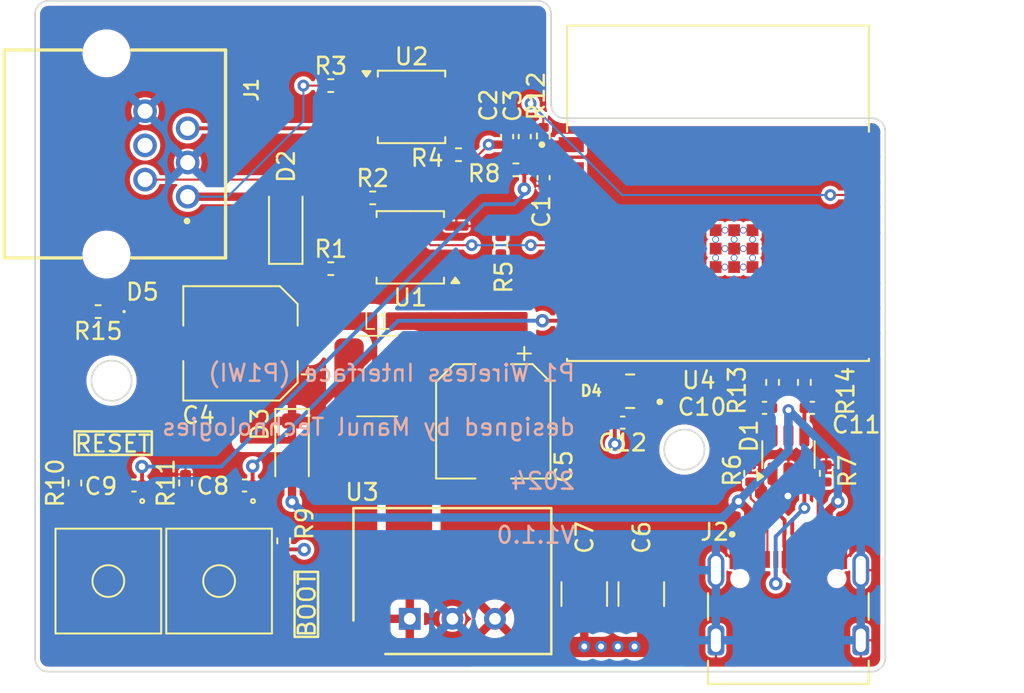
<source format=kicad_pcb>
(kicad_pcb (version 20221018) (generator pcbnew)
  (title_block (title "P1 Wireless Interface") (date "2024-03-20") (rev "1.1.0"))
  (layers (0 "F.Cu" signal) (1 "In1.Cu" signal) (2 "In2.Cu" signal) (31 "B.Cu" signal) (34 "B.Paste" user) (35 "F.Paste" user) (36 "B.SilkS" user "B.Silkscreen") (37 "F.SilkS" user "F.Silkscreen") (38 "B.Mask" user) (39 "F.Mask" user) (44 "Edge.Cuts" user))
  (net 0 "")
  (net 1 "+3V3")
  (net 2 "GND")
  (net 3 "/EN")
  (net 4 "/BOOT")
  (net 5 "Net-(C10-Pad1)")
  (net 6 "Net-(C11-Pad1)")
  (net 7 "VBUS")
  (net 8 "/D+")
  (net 9 "+5V")
  (net 10 "/D-")
  (net 12 "/REQ")
  (net 13 "Net-(J2-CC1)")
  (net 15 "Net-(J2-CC2)")
  (net 17 "Net-(R1-Pad2)")
  (net 18 "Net-(R3-Pad2)")
  (net 19 "Net-(D2-K)")
  (net 20 "/~{DATA}")
  (net 22 "/RX")
  (net 23 "/RTS")
  (net 24 "Net-(R5-Pad2)")
  (net 31 "Net-(U4-IO2)")
  (net 34 "Net-(U3-VIN)")
  (net 36 "Net-(R11-Pad1)")
  (net 39 "Net-(R10-Pad1)")
  (net 41 "/DA+")
  (net 42 "/DA-")
  (net 43 "/STATUS_LED")
  (net 44 "Net-(D5-K)")
  (footprint "Resistor_SMD:R_0402_1005Metric" (layer "F.Cu") (at 123.26 70.06 90)
    (fp_text reference "R12" (at 2.38 -0.43 90) (layer "F.SilkS"))
    (fp_text value "10K")
    (pad "1" smd roundrect (at -0.51 0 90) (size 0.54 0.64) (layers "F.Cu" "F.Paste" "F.Mask") (net 1 "+3V3"))
    (pad "2" smd roundrect (at 0.51 0 90) (size 0.54 0.64) (layers "F.Cu" "F.Paste" "F.Mask") (net 31 "Net-(U4-IO2)"))
  )
  (footprint "manul_tech:KSEM31JLFS" (layer "F.Cu") (at 97.32 96.6 -90)
    (fp_text reference "SW1")
    (fp_text value "KSEM31JLFS")
    (pad "1" smd rect (at -2.9 -2 270) (size 2.8 1) (layers "F.Cu" "F.Paste" "F.Mask") (net 3 "/EN"))
    (pad "2" smd rect (at 2.9 -2 270) (size 2.8 1) (layers "F.Cu" "F.Paste" "F.Mask"))
    (pad "3" smd rect (at -2.9 2 270) (size 2.8 1) (layers "F.Cu" "F.Paste" "F.Mask") (net 39 "Net-(R10-Pad1)"))
    (pad "4" smd rect (at 2.9 2 270) (size 2.8 1) (layers "F.Cu" "F.Paste" "F.Mask"))
  )
  (footprint "Capacitor_SMD:CP_Elec_6.3x5.7" (layer "F.Cu") (at 120.275 87.075 -90)
    (fp_text reference "C5" (at 2.7 -4.2 90) (layer "F.SilkS"))
    (fp_text value "10uF")
    (pad "1" smd roundrect (at -2.7 0 270) (size 3.5 1.6) (layers "F.Cu" "F.Paste" "F.Mask") (roundrect_rratio 0.15625) (net 34 "Net-(U3-VIN)"))
    (pad "2" smd roundrect (at 2.7 0 270) (size 3.5 1.6) (layers "F.Cu" "F.Paste" "F.Mask") (roundrect_rratio 0.15625) (net 2 "GND"))
  )
  (footprint "manul_tech:KSEM31JLFS" (layer "F.Cu") (at 103.925 96.6 -90)
    (fp_text reference "SW2")
    (fp_text value "KSEM31JLFS")
    (pad "1" smd rect (at -2.9 -2 270) (size 2.8 1) (layers "F.Cu" "F.Paste" "F.Mask") (net 4 "/BOOT"))
    (pad "2" smd rect (at 2.9 -2 270) (size 2.8 1) (layers "F.Cu" "F.Paste" "F.Mask"))
    (pad "3" smd rect (at -2.9 2 270) (size 2.8 1) (layers "F.Cu" "F.Paste" "F.Mask") (net 36 "Net-(R11-Pad1)"))
    (pad "4" smd rect (at 2.9 2 270) (size 2.8 1) (layers "F.Cu" "F.Paste" "F.Mask"))
  )
  (footprint "manul_tech:615006138421" (layer "F.Cu") (at 97.71 71.13 -90)
    (fp_text reference "J1" (at -3.82 -8.15 90) (layer "F.SilkS") (effects (font (size 0.8 0.8))))
    (fp_text value "615006138421")
    (pad "" np_thru_hole circle (at -6 0.5 270) (size 2.36 2.36) (drill 2.36) (layers "*.Cu" "*.Mask"))
    (pad "" np_thru_hole circle (at 6 0.5 270) (size 2.36 2.36) (drill 2.36) (layers "*.Cu" "*.Mask"))
    (pad "1" thru_hole circle (at 2.55 -4.34 270) (size 1.408 1.408) (drill 0.9) (layers "*.Cu" "*.Mask") (net 9 "+5V"))
    (pad "2" thru_hole circle (at 1.53 -1.8 270) (size 1.408 1.408) (drill 0.9) (layers "*.Cu" "*.Mask") (net 12 "/REQ"))
    (pad "3" thru_hole circle (at 0.51 -4.34 270) (size 1.408 1.408) (drill 0.9) (layers "*.Cu" "*.Mask") (net 2 "GND"))
    (pad "4" thru_hole circle (at -0.51 -1.8 270) (size 1.408 1.408) (drill 0.9) (layers "*.Cu" "*.Mask"))
    (pad "5" thru_hole circle (at -1.53 -4.34 270) (size 1.408 1.408) (drill 0.9) (layers "*.Cu" "*.Mask") (net 20 "/~{DATA}"))
    (pad "6" thru_hole circle (at -2.55 -1.8 270) (size 1.408 1.408) (drill 0.9) (layers "*.Cu" "*.Mask") (net 2 "GND"))
  )
  (footprint "Resistor_SMD:R_0402_1005Metric" (layer "F.Cu") (at 107.775 94.2 90)
    (fp_text reference "R9" (at 1.025 1.25 90) (layer "F.SilkS"))
    (fp_text value "10K")
    (pad "1" smd roundrect (at -0.51 0 90) (size 0.54 0.64) (layers "F.Cu" "F.Paste" "F.Mask") (net 1 "+3V3"))
    (pad "2" smd roundrect (at 0.51 0 90) (size 0.54 0.64) (layers "F.Cu" "F.Paste" "F.Mask") (net 4 "/BOOT"))
  )
  (footprint "Capacitor_SMD:C_0402_1005Metric" (layer "F.Cu") (at 136.45 86.27 180)
    (fp_text reference "C10" (at 3.73 0.05) (layer "F.SilkS"))
    (fp_text value "TBD")
    (pad "1" smd roundrect (at -0.48 0 180) (size 0.56 0.62) (layers "F.Cu" "F.Paste" "F.Mask") (net 5 "Net-(C10-Pad1)"))
    (pad "2" smd roundrect (at 0.48 0 180) (size 0.56 0.62) (layers "F.Cu" "F.Paste" "F.Mask") (net 2 "GND"))
  )
  (footprint "Resistor_SMD:R_0402_1005Metric" (layer "F.Cu") (at 96.71 80.53 180)
    (fp_text reference "R15" (at 0 -1.17) (layer "F.SilkS"))
    (fp_text value "220R")
    (pad "1" smd roundrect (at -0.51 0 180) (size 0.54 0.64) (layers "F.Cu" "F.Paste" "F.Mask") (net 44 "Net-(D5-K)"))
    (pad "2" smd roundrect (at 0.51 0 180) (size 0.54 0.64) (layers "F.Cu" "F.Paste" "F.Mask") (net 2 "GND"))
  )
  (footprint "Resistor_SMD:R_0402_1005Metric" (layer "F.Cu") (at 110.585 67.055)
    (fp_text reference "R3" (at 0 -1.17) (layer "F.SilkS"))
    (fp_text value "1K")
    (pad "1" smd roundrect (at -0.51 0) (size 0.54 0.64) (layers "F.Cu" "F.Paste" "F.Mask") (net 9 "+5V"))
    (pad "2" smd roundrect (at 0.51 0) (size 0.54 0.64) (layers "F.Cu" "F.Paste" "F.Mask") (net 18 "Net-(R3-Pad2)"))
  )
  (footprint "Capacitor_SMD:C_0402_1005Metric" (layer "F.Cu") (at 121.1 70.095 90)
    (fp_text reference "C2" (at 1.865 -1.11 90) (layer "F.SilkS"))
    (fp_text value "100nF")
    (pad "1" smd roundrect (at -0.48 0 90) (size 0.56 0.62) (layers "F.Cu" "F.Paste" "F.Mask") (net 1 "+3V3"))
    (pad "2" smd roundrect (at 0.48 0 90) (size 0.56 0.62) (layers "F.Cu" "F.Paste" "F.Mask") (net 2 "GND"))
  )
  (footprint "Resistor_SMD:R_0402_1005Metric" (layer "F.Cu") (at 138.825 84.75 90)
    (fp_text reference "R14" (at -0.52 2.465 90) (layer "F.SilkS"))
    (fp_text value "0R")
    (pad "1" smd roundrect (at -0.51 0 90) (size 0.54 0.64) (layers "F.Cu" "F.Paste" "F.Mask") (net 6 "Net-(C11-Pad1)"))
    (pad "2" smd roundrect (at 0.51 0 90) (size 0.54 0.64) (layers "F.Cu" "F.Paste" "F.Mask") (net 42 "/DA-"))
  )
  (footprint "manul_tech:LED_WS2812C-2020" (layer "F.Cu") (at 128.435 85.28 180)
    (fp_text reference "D4" (at 2.32 0.02) (layer "F.SilkS") (effects (font (size 0.64 0.64))))
    (fp_text value "WS2812C-2020")
    (pad "1" smd rect (at -0.915 -0.55 180) (size 0.7 0.7) (layers "F.Cu" "F.Paste" "F.Mask"))
    (pad "2" smd rect (at -0.915 0.55 180) (size 0.7 0.7) (layers "F.Cu" "F.Paste" "F.Mask") (net 2 "GND"))
    (pad "3" smd rect (at 0.915 0.55 180) (size 0.7 0.7) (layers "F.Cu" "F.Paste" "F.Mask") (net 43 "/STATUS_LED"))
    (pad "4" smd rect (at 0.915 -0.55 180) (size 0.7 0.7) (layers "F.Cu" "F.Paste" "F.Mask") (net 1 "+3V3"))
  )
  (footprint "manul_tech:MODULE_ESP32-C3-WROOM-02-H4" (layer "F.Cu") (at 133.675 73.475)
    (fp_text reference "U4" (at -1.145 11.155) (layer "F.SilkS"))
    (fp_text value "ESP32-C3-WROOM-02-N4")
    (pad "1" smd rect (at -8.75 -2.9) (size 1.5 0.9) (layers "F.Cu" "F.Paste" "F.Mask") (net 1 "+3V3"))
    (pad "2" smd rect (at -8.75 -1.4) (size 1.5 0.9) (layers "F.Cu" "F.Paste" "F.Mask") (net 3 "/EN"))
    (pad "3" smd rect (at -8.75 0.1) (size 1.5 0.9) (layers "F.Cu" "F.Paste" "F.Mask") (net 43 "/STATUS_LED"))
    (pad "4" smd rect (at -8.75 1.6) (size 1.5 0.9) (layers "F.Cu" "F.Paste" "F.Mask") (net 23 "/RTS"))
    (pad "5" smd rect (at -8.75 3.1) (size 1.5 0.9) (layers "F.Cu" "F.Paste" "F.Mask") (net 22 "/RX"))
    (pad "6" smd rect (at -8.75 4.6) (size 1.5 0.9) (layers "F.Cu" "F.Paste" "F.Mask"))
    (pad "7" smd rect (at -8.75 6.1) (size 1.5 0.9) (layers "F.Cu" "F.Paste" "F.Mask"))
    (pad "8" smd rect (at -8.75 7.6) (size 1.5 0.9) (layers "F.Cu" "F.Paste" "F.Mask") (net 4 "/BOOT"))
    (pad "9" smd rect (at -8.75 9.1) (size 1.5 0.9) (layers "F.Cu" "F.Paste" "F.Mask") (net 2 "GND"))
    (pad "10" smd rect (at 8.75 9.1) (size 1.5 0.9) (layers "F.Cu" "F.Paste" "F.Mask"))
    (pad "11" smd rect (at 8.75 7.6) (size 1.5 0.9) (layers "F.Cu" "F.Paste" "F.Mask"))
    (pad "12" smd rect (at 8.75 6.1) (size 1.5 0.9) (layers "F.Cu" "F.Paste" "F.Mask"))
    (pad "13" smd rect (at 8.75 4.6) (size 1.5 0.9) (layers "F.Cu" "F.Paste" "F.Mask") (net 42 "/DA-"))
    (pad "14" smd rect (at 8.75 3.1) (size 1.5 0.9) (layers "F.Cu" "F.Paste" "F.Mask") (net 41 "/DA+"))
    (pad "15" smd rect (at 8.75 1.6) (size 1.5 0.9) (layers "F.Cu" "F.Paste" "F.Mask"))
    (pad "16" smd rect (at 8.75 0.1) (size 1.5 0.9) (layers "F.Cu" "F.Paste" "F.Mask") (net 31 "Net-(U4-IO2)"))
    (pad "17" smd rect (at 8.75 -1.4) (size 1.5 0.9) (layers "F.Cu" "F.Paste" "F.Mask"))
    (pad "18" smd rect (at 8.75 -2.9) (size 1.5 0.9) (layers "F.Cu" "F.Paste" "F.Mask"))
    (pad "19" smd rect (at -0.14 2.2) (size 0.7 0.7) (layers "F.Cu" "F.Paste" "F.Mask"))
    (pad "20" smd rect (at 0.96 2.2) (size 0.7 0.7) (layers "F.Cu" "F.Paste" "F.Mask"))
    (pad "21" smd rect (at 2.06 2.2) (size 0.7 0.7) (layers "F.Cu" "F.Paste" "F.Mask"))
    (pad "22" smd rect (at -0.14 3.3) (size 0.7 0.7) (layers "F.Cu" "F.Paste" "F.Mask"))
    (pad "23" smd rect (at 0.96 3.3) (size 0.7 0.7) (layers "F.Cu" "F.Paste" "F.Mask"))
    (pad "24" smd rect (at 2.06 3.3) (size 0.7 0.7) (layers "F.Cu" "F.Paste" "F.Mask"))
    (pad "25" smd rect (at -0.14 4.4) (size 0.7 0.7) (layers "F.Cu" "F.Paste" "F.Mask"))
    (pad "26" smd rect (at 0.96 4.4) (size 0.7 0.7) (layers "F.Cu" "F.Paste" "F.Mask"))
    (pad "27" smd rect (at 2.06 4.4) (size 0.7 0.7) (layers "F.Cu" "F.Paste" "F.Mask"))
    (pad "28" thru_hole circle (at 0.41 2.2) (size 0.4 0.4) (drill 0.3) (layers "*.Cu"))
    (pad "29" thru_hole circle (at 1.51 2.2) (size 0.4 0.4) (drill 0.3) (layers "*.Cu"))
    (pad "30" thru_hole circle (at -0.14 2.75) (size 0.4 0.4) (drill 0.3) (layers "*.Cu"))
    (pad "31" thru_hole circle (at 0.96 2.75) (size 0.4 0.4) (drill 0.3) (layers "*.Cu"))
    (pad "32" thru_hole circle (at 2.06 2.75) (size 0.4 0.4) (drill 0.3) (layers "*.Cu"))
    (pad "33" thru_hole circle (at 0.41 3.3) (size 0.4 0.4) (drill 0.3) (layers "*.Cu"))
    (pad "34" thru_hole circle (at 1.51 3.3) (size 0.4 0.4) (drill 0.3) (layers "*.Cu"))
    (pad "35" thru_hole circle (at -0.14 3.85) (size 0.4 0.4) (drill 0.3) (layers "*.Cu"))
    (pad "36" thru_hole circle (at 0.96 3.85) (size 0.4 0.4) (drill 0.3) (layers "*.Cu"))
    (pad "37" thru_hole circle (at 2.06 3.85) (size 0.4 0.4) (drill 0.3) (layers "*.Cu"))
    (pad "38" thru_hole circle (at 0.41 4.4) (size 0.4 0.4) (drill 0.3) (layers "*.Cu"))
    (pad "39" thru_hole circle (at 1.51 4.4) (size 0.4 0.4) (drill 0.3) (layers "*.Cu"))
    (zone (net 0) (net_name "") (layer "F.Cu") (connect_pads (clearance 0)) (min_thickness 0.01)
      (keepout (tracks not_allowed) (vias not_allowed) (pads not_allowed) (copperpour not_allowed) (footprints allowed))
      (fill (thermal_gap 0.508) (thermal_bridge_width 0.508))
      (polygon (pts (xy 124.675 63.475) (xy 142.675 63.475) (xy 142.675 69.475) (xy 124.675 69.475)))
    )
    (zone (net 0) (net_name "") (layer "B.Cu") (connect_pads (clearance 0)) (min_thickness 0.01)
      (keepout (tracks not_allowed) (vias not_allowed) (pads not_allowed) (copperpour not_allowed) (footprints allowed))
      (fill (thermal_gap 0.508) (thermal_bridge_width 0.508))
      (polygon (pts (xy 124.675 63.475) (xy 142.675 63.475) (xy 142.675 69.475) (xy 124.675 69.475)))
    )
  )
  (footprint "Resistor_SMD:R_0402_1005Metric" (layer "F.Cu") (at 135.62 90.18 -90)
    (fp_text reference "R6" (at -0.19 1.1 90) (layer "F.SilkS"))
    (fp_text value "5.1K")
    (pad "1" smd roundrect (at -0.51 0 270) (size 0.54 0.64) (layers "F.Cu" "F.Paste" "F.Mask") (net 2 "GND"))
    (pad "2" smd roundrect (at 0.51 0 270) (size 0.54 0.64) (layers "F.Cu" "F.Paste" "F.Mask") (net 13 "Net-(J2-CC1)"))
  )
  (footprint "Resistor_SMD:R_0402_1005Metric" (layer "F.Cu") (at 136.93 84.75 90)
    (fp_text reference "R13" (at -0.48 -2.12 90) (layer "F.SilkS"))
    (fp_text value "0R")
    (pad "1" smd roundrect (at -0.51 0 90) (size 0.54 0.64) (layers "F.Cu" "F.Paste" "F.Mask") (net 5 "Net-(C10-Pad1)"))
    (pad "2" smd roundrect (at 0.51 0 90) (size 0.54 0.64) (layers "F.Cu" "F.Paste" "F.Mask") (net 41 "/DA+"))
  )
  (footprint "LED_SMD:LED_0402_1005Metric" (layer "F.Cu") (at 99.35 80.53)
    (fp_text reference "D5" (at 0 -1.17) (layer "F.SilkS"))
    (fp_text value "PWR")
    (pad "1" smd roundrect (at -0.485 0) (size 0.59 0.64) (layers "F.Cu" "F.Paste" "F.Mask") (net 44 "Net-(D5-K)"))
    (pad "2" smd roundrect (at 0.485 0) (size 0.59 0.64) (layers "F.Cu" "F.Paste" "F.Mask") (net 19 "Net-(D2-K)"))
  )
  (footprint "Package_SO:SOP-4_3.8x4.1mm_P2.54mm" (layer "F.Cu") (at 115.4 68.325)
    (fp_text reference "U2" (at 0 -3) (layer "F.SilkS"))
    (fp_text value "140357145100")
    (pad "1" smd roundrect (at -2.75 -1.27) (size 1.45 0.55) (layers "F.Cu" "F.Paste" "F.Mask") (net 18 "Net-(R3-Pad2)"))
    (pad "2" smd roundrect (at -2.75 1.27) (size 1.45 0.55) (layers "F.Cu" "F.Paste" "F.Mask") (net 20 "/~{DATA}"))
    (pad "3" smd roundrect (at 2.75 1.27) (size 1.45 0.55) (layers "F.Cu" "F.Paste" "F.Mask") (net 2 "GND"))
    (pad "4" smd roundrect (at 2.75 -1.27) (size 1.45 0.55) (layers "F.Cu" "F.Paste" "F.Mask") (net 22 "/RX"))
  )
  (footprint "Capacitor_SMD:CP_Elec_6.3x5.7" (layer "F.Cu") (at 105.2 82.425 180)
    (fp_text reference "C4" (at 2.5 -4.3) (layer "F.SilkS"))
    (fp_text value "10uF")
    (pad "1" smd roundrect (at -2.7 0 180) (size 3.5 1.6) (layers "F.Cu" "F.Paste" "F.Mask") (roundrect_rratio 0.15625) (net 19 "Net-(D2-K)"))
    (pad "2" smd roundrect (at 2.7 0 180) (size 3.5 1.6) (layers "F.Cu" "F.Paste" "F.Mask") (roundrect_rratio 0.15625) (net 2 "GND"))
  )
  (footprint "Resistor_SMD:R_0402_1005Metric" (layer "F.Cu") (at 95.325 90.75 90)
    (fp_text reference "R10" (at 0 -1.17 90) (layer "F.SilkS"))
    (fp_text value "220R")
    (pad "1" smd roundrect (at -0.51 0 90) (size 0.54 0.64) (layers "F.Cu" "F.Paste" "F.Mask") (net 39 "Net-(R10-Pad1)"))
    (pad "2" smd roundrect (at 0.51 0 90) (size 0.54 0.64) (layers "F.Cu" "F.Paste" "F.Mask") (net 2 "GND"))
  )
  (footprint "Capacitor_SMD:C_1210_3225Metric" (layer "F.Cu") (at 129.1 97.375 90)
    (fp_text reference "C6" (at 3.375 0.025 90) (layer "F.SilkS"))
    (fp_text value "22uF")
    (pad "1" smd roundrect (at -1.475 0 90) (size 1.15 2.7) (layers "F.Cu" "F.Paste" "F.Mask") (roundrect_rratio 0.217391) (net 1 "+3V3"))
    (pad "2" smd roundrect (at 1.475 0 90) (size 1.15 2.7) (layers "F.Cu" "F.Paste" "F.Mask") (roundrect_rratio 0.217391) (net 2 "GND"))
  )
  (footprint "Package_TO_SOT_SMD:SOT-23-6" (layer "F.Cu") (at 137.875 89.06 90)
    (fp_text reference "D1" (at 1.11 -2.345 90) (layer "F.SilkS"))
    (fp_text value "82400102")
    (pad "1" smd roundrect (at -1.1375 -0.95 90) (size 1.325 0.6) (layers "F.Cu" "F.Paste" "F.Mask") (net 8 "/D+"))
    (pad "2" smd roundrect (at -1.1375 0 90) (size 1.325 0.6) (layers "F.Cu" "F.Paste" "F.Mask") (net 2 "GND"))
    (pad "3" smd roundrect (at -1.1375 0.95 90) (size 1.325 0.6) (layers "F.Cu" "F.Paste" "F.Mask") (net 10 "/D-"))
    (pad "4" smd roundrect (at 1.1375 0.95 90) (size 1.325 0.6) (layers "F.Cu" "F.Paste" "F.Mask") (net 6 "Net-(C11-Pad1)"))
    (pad "5" smd roundrect (at 1.1375 0 90) (size 1.325 0.6) (layers "F.Cu" "F.Paste" "F.Mask") (net 7 "VBUS"))
    (pad "6" smd roundrect (at 1.1375 -0.95 90) (size 1.325 0.6) (layers "F.Cu" "F.Paste" "F.Mask") (net 5 "Net-(C10-Pad1)"))
  )
  (footprint "Diode_SMD:D_SOD-123" (layer "F.Cu") (at 107.9 75.325 90)
    (fp_text reference "D2" (at 3.45 0.025 90) (layer "F.SilkS"))
    (fp_text value "1N5819W")
    (pad "1" smd roundrect (at -1.65 0 90) (size 0.9 1.2) (layers "F.Cu" "F.Paste" "F.Mask") (net 19 "Net-(D2-K)"))
    (pad "2" smd roundrect (at 1.65 0 90) (size 0.9 1.2) (layers "F.Cu" "F.Paste" "F.Mask") (net 9 "+5V"))
  )
  (footprint "manul_tech:7447730" (layer "F.Cu") (at 113.35 84.375)
    (fp_text reference "L1" (at 0 -3.27 unlocked) (layer "F.SilkS") (effects (font (thickness 0.1))))
    (fp_text value "1uH")
    (pad "1" smd roundrect (at -1.675 0) (size 1.75 4.5) (layers "F.Cu" "F.Paste" "F.Mask") (net 19 "Net-(D2-K)"))
    (pad "2" smd roundrect (at 1.675 0) (size 1.75 4.5) (layers "F.Cu" "F.Paste" "F.Mask") (net 34 "Net-(U3-VIN)"))
  )
  (footprint "Capacitor_SMD:C_0402_1005Metric" (layer "F.Cu") (at 123.275 72.55 -90)
    (fp_text reference "C1" (at 2.02 0.125 -90) (layer "F.SilkS"))
    (fp_text value "10uF")
    (pad "1" smd roundrect (at -0.48 0 270) (size 0.56 0.62) (layers "F.Cu" "F.Paste" "F.Mask") (net 3 "/EN"))
    (pad "2" smd roundrect (at 0.48 0 270) (size 0.56 0.62) (layers "F.Cu" "F.Paste" "F.Mask") (net 2 "GND"))
  )
  (footprint "Resistor_SMD:R_0402_1005Metric" (layer "F.Cu") (at 120.725 76.575 -90)
    (fp_text reference "R5" (at 1.9 -0.175 -270) (layer "F.SilkS"))
    (fp_text value "220R")
    (pad "1" smd roundrect (at -0.51 0 270) (size 0.54 0.64) (layers "F.Cu" "F.Paste" "F.Mask") (net 23 "/RTS"))
    (pad "2" smd roundrect (at 0.51 0 270) (size 0.54 0.64) (layers "F.Cu" "F.Paste" "F.Mask") (net 24 "Net-(R5-Pad2)"))
  )
  (footprint "Package_SO:SOP-4_3.8x4.1mm_P2.54mm" (layer "F.Cu") (at 115.325 76.7 180)
    (fp_text reference "U1" (at 0 -3) (layer "F.SilkS"))
    (fp_text value "140357145100")
    (pad "1" smd roundrect (at -2.75 -1.27 180) (size 1.45 0.55) (layers "F.Cu" "F.Paste" "F.Mask") (net 24 "Net-(R5-Pad2)"))
    (pad "2" smd roundrect (at -2.75 1.27 180) (size 1.45 0.55) (layers "F.Cu" "F.Paste" "F.Mask") (net 2 "GND"))
    (pad "3" smd roundrect (at 2.75 1.27 180) (size 1.45 0.55) (layers "F.Cu" "F.Paste" "F.Mask") (net 12 "/REQ"))
    (pad "4" smd roundrect (at 2.75 -1.27 180) (size 1.45 0.55) (layers "F.Cu" "F.Paste" "F.Mask") (net 17 "Net-(R1-Pad2)"))
  )
  (footprint "Resistor_SMD:R_0402_1005Metric" (layer "F.Cu") (at 140.13 90.18 90)
    (fp_text reference "R7" (at 0.14 1.27 90) (layer "F.SilkS"))
    (fp_text value "5.1K")
    (pad "1" smd roundrect (at -0.51 0 90) (size 0.54 0.64) (layers "F.Cu" "F.Paste" "F.Mask") (net 15 "Net-(J2-CC2)"))
    (pad "2" smd roundrect (at 0.51 0 90) (size 0.54 0.64) (layers "F.Cu" "F.Paste" "F.Mask") (net 2 "GND"))
  )
  (footprint "Resistor_SMD:R_0402_1005Metric" (layer "F.Cu") (at 101.925 90.75 90)
    (fp_text reference "R11" (at 0 -1.17 90) (layer "F.SilkS"))
    (fp_text value "220R")
    (pad "1" smd roundrect (at -0.51 0 90) (size 0.54 0.64) (layers "F.Cu" "F.Paste" "F.Mask") (net 36 "Net-(R11-Pad1)"))
    (pad "2" smd roundrect (at 0.51 0 90) (size 0.54 0.64) (layers "F.Cu" "F.Paste" "F.Mask") (net 2 "GND"))
  )
  (footprint "Resistor_SMD:R_0402_1005Metric" (layer "F.Cu") (at 110.585 77.97)
    (fp_text reference "R1" (at 0 -1.17) (layer "F.SilkS"))
    (fp_text value "10K")
    (pad "1" smd roundrect (at -0.51 0) (size 0.54 0.64) (layers "F.Cu" "F.Paste" "F.Mask") (net 9 "+5V"))
    (pad "2" smd roundrect (at 0.51 0) (size 0.54 0.64) (layers "F.Cu" "F.Paste" "F.Mask") (net 17 "Net-(R1-Pad2)"))
  )
  (footprint "Resistor_SMD:R_0402_1005Metric" (layer "F.Cu") (at 113.085 73.75)
    (fp_text reference "R2" (at 0 -1.17) (layer "F.SilkS"))
    (fp_text value "1M")
    (pad "1" smd roundrect (at -0.51 0) (size 0.54 0.64) (layers "F.Cu" "F.Paste" "F.Mask") (net 12 "/REQ"))
    (pad "2" smd roundrect (at 0.51 0) (size 0.54 0.64) (layers "F.Cu" "F.Paste" "F.Mask") (net 2 "GND"))
  )
  (footprint "manul_tech:SIP3_11.6x8.5mm" (layer "F.Cu") (at 115.295 98.85)
    (fp_text reference "U3" (at -2.845 -7.55) (layer "F.SilkS"))
    (fp_text value "173950336")
    (pad "1" thru_hole rect (at 0 0 270) (size 1.3 1.3) (drill 0.7) (layers "*.Cu" "*.Mask") (net 34 "Net-(U3-VIN)"))
    (pad "2" thru_hole circle (at 2.54 0 180) (size 1.3 1.3) (drill 0.7) (layers "*.Cu" "*.Mask") (net 2 "GND"))
    (pad "3" thru_hole circle (at 5.08 0 270) (size 1.3 1.3) (drill 0.7) (layers "*.Cu" "*.Mask") (net 1 "+3V3"))
  )
  (footprint "Capacitor_SMD:C_0402_1005Metric" (layer "F.Cu") (at 122.15 70.095 90)
    (fp_text reference "C3" (at 1.845 -0.72 270) (layer "F.SilkS"))
    (fp_text value "10uF")
    (pad "1" smd roundrect (at -0.48 0 90) (size 0.56 0.62) (layers "F.Cu" "F.Paste" "F.Mask") (net 1 "+3V3"))
    (pad "2" smd roundrect (at 0.48 0 90) (size 0.56 0.62) (layers "F.Cu" "F.Paste" "F.Mask") (net 2 "GND"))
  )
  (footprint "Capacitor_SMD:C_0402_1005Metric" (layer "F.Cu") (at 127.995 87.15)
    (fp_text reference "C12" (at -0.01 1.2) (layer "F.SilkS"))
    (fp_text value "100nF")
    (pad "1" smd roundrect (at -0.48 0) (size 0.56 0.62) (layers "F.Cu" "F.Paste" "F.Mask") (net 1 "+3V3"))
    (pad "2" smd roundrect (at 0.48 0) (size 0.56 0.62) (layers "F.Cu" "F.Paste" "F.Mask") (net 2 "GND"))
  )
  (footprint "Capacitor_SMD:C_0402_1005Metric" (layer "F.Cu") (at 105.445 90.9)
    (fp_text reference "C8" (at -1.895 0.025) (layer "F.SilkS"))
    (fp_text value "100nF")
    (pad "1" smd roundrect (at -0.48 0) (size 0.56 0.62) (layers "F.Cu" "F.Paste" "F.Mask") (net 2 "GND"))
    (pad "2" smd roundrect (at 0.48 0) (size 0.56 0.62) (layers "F.Cu" "F.Paste" "F.Mask") (net 4 "/BOOT"))
  )
  (footprint "manul_tech:629722000214" (layer "F.Cu") (at 137.87 100.13)
    (fp_text reference "J2" (at -4.39 -6.455) (layer "F.SilkS"))
    (fp_text value "629722000214")
    (pad "" np_thru_hole circle (at -2.89 -3.68) (size 0.65 0.65) (drill 0.65) (layers "*.Cu" "*.Mask"))
    (pad "" np_thru_hole circle (at 2.89 -3.68) (size 0.65 0.65) (drill 0.65) (layers "*.Cu" "*.Mask"))
    (pad "A1" smd custom (at -3.35 -4.82) (size 0.3 1) (layers "F.Cu") (net 2 "GND") (options (clearance outline) (anchor rect)) (primitives (gr_poly (pts (xy -0.15 -0.575) (xy -0.15 0.575) (xy 0.45 0.575) (xy 0.45 -0.575)) (width 0.01) (fill yes))))
    (pad "A4" smd custom (at -2.55 -4.82) (size 0.3 1) (layers "F.Cu") (net 7 "VBUS") (options (clearance outline) (anchor rect)) (primitives (gr_poly (pts (xy -0.15 -0.575) (xy -0.15 0.575) (xy 0.45 0.575) (xy 0.45 -0.575)) (width 0.01) (fill yes))))
    (pad "A5" smd rect (at -1.25 -4.82) (size 0.3 1) (layers "F.Cu" "F.Paste" "F.Mask") (net 13 "Net-(J2-CC1)"))
    (pad "A6" smd rect (at -0.25 -4.82) (size 0.3 1) (layers "F.Cu" "F.Paste" "F.Mask") (net 8 "/D+"))
    (pad "A7" smd rect (at 0.25 -4.82) (size 0.3 1) (layers "F.Cu" "F.Paste" "F.Mask") (net 10 "/D-"))
    (pad "A8" smd rect (at 1.25 -4.82) (size 0.3 1) (layers "F.Cu" "F.Paste" "F.Mask"))
    (pad "A9" smd custom (at 2.55 -4.82) (size 0.3 1) (layers "F.Cu") (net 7 "VBUS") (options (clearance outline) (anchor rect)) (primitives (gr_poly (pts (xy -0.45 -0.575) (xy -0.45 0.575) (xy 0.15 0.575) (xy 0.15 -0.575)) (width 0.01) (fill yes))))
    (pad "A12" smd custom (at 3.35 -4.82) (size 0.3 1) (layers "F.Cu") (net 2 "GND") (options (clearance outline) (anchor rect)) (primitives (gr_poly (pts (xy -0.45 -0.575) (xy -0.45 0.575) (xy 0.15 0.575) (xy 0.15 -0.575)) (width 0.01) (fill yes))))
    (pad "B5" smd rect (at 1.75 -4.82) (size 0.3 1) (layers "F.Cu" "F.Paste" "F.Mask") (net 15 "Net-(J2-CC2)"))
    (pad "B6" smd rect (at 0.75 -4.82) (size 0.3 1) (layers "F.Cu" "F.Paste" "F.Mask") (net 8 "/D+"))
    (pad "B7" smd rect (at -0.75 -4.82) (size 0.3 1) (layers "F.Cu" "F.Paste" "F.Mask") (net 10 "/D-"))
    (pad "B8" smd rect (at -1.75 -4.82) (size 0.3 1) (layers "F.Cu" "F.Paste" "F.Mask"))
    (pad "S1" thru_hole oval (at -4.32 -4.18) (size 1 2.1) (drill oval 0.6 1.7) (layers "*.Cu" "*.Mask") (net 2 "GND"))
    (pad "S2" thru_hole oval (at 4.32 -4.18) (size 1 2.1) (drill oval 0.6 1.7) (layers "*.Cu" "*.Mask") (net 2 "GND"))
    (pad "S3" thru_hole roundrect (at -4.32 0) (size 1 1.8) (drill oval 0.6 1.4) (layers "*.Cu" "*.Mask") (net 2 "GND"))
    (pad "S4" thru_hole roundrect (at 4.32 0) (size 1 1.8) (drill oval 0.6 1.4) (layers "*.Cu" "*.Mask") (net 2 "GND"))
  )
  (footprint "Capacitor_SMD:C_1210_3225Metric" (layer "F.Cu") (at 125.7 97.375 90)
    (fp_text reference "C7" (at 3.375 0.025 90) (layer "F.SilkS"))
    (fp_text value "22uF")
    (pad "1" smd roundrect (at -1.475 0 90) (size 1.15 2.7) (layers "F.Cu" "F.Paste" "F.Mask") (roundrect_rratio 0.217391) (net 1 "+3V3"))
    (pad "2" smd roundrect (at 1.475 0 90) (size 1.15 2.7) (layers "F.Cu" "F.Paste" "F.Mask") (roundrect_rratio 0.217391) (net 2 "GND"))
  )
  (footprint "Diode_SMD:D_SOD-123" (layer "F.Cu") (at 108.275 88.7 -90)
    (fp_text reference "D3" (at -1.45 1.925 90) (layer "F.SilkS"))
    (fp_text value "1N5819W")
    (pad "1" smd roundrect (at -1.65 0 270) (size 0.9 1.2) (layers "F.Cu" "F.Paste" "F.Mask") (net 19 "Net-(D2-K)"))
    (pad "2" smd roundrect (at 1.65 0 270) (size 0.9 1.2) (layers "F.Cu" "F.Paste" "F.Mask") (net 7 "VBUS"))
  )
  (footprint "Capacitor_SMD:C_0402_1005Metric" (layer "F.Cu") (at 139.3 86.27)
    (fp_text reference "C11" (at 2.62 1.01) (layer "F.SilkS"))
    (fp_text value "TBD")
    (pad "1" smd roundrect (at -0.48 0) (size 0.56 0.62) (layers "F.Cu" "F.Paste" "F.Mask") (net 6 "Net-(C11-Pad1)"))
    (pad "2" smd roundrect (at 0.48 0) (size 0.56 0.62) (layers "F.Cu" "F.Paste" "F.Mask") (net 2 "GND"))
  )
  (footprint "Capacitor_SMD:C_0402_1005Metric" (layer "F.Cu") (at 98.85 90.9)
    (fp_text reference "C9" (at -1.975 0.05) (layer "F.SilkS"))
    (fp_text value "100nF")
    (pad "1" smd roundrect (at -0.48 0) (size 0.56 0.62) (layers "F.Cu" "F.Paste" "F.Mask") (net 2 "GND"))
    (pad "2" smd roundrect (at 0.48 0) (size 0.56 0.62) (layers "F.Cu" "F.Paste" "F.Mask") (net 3 "/EN"))
  )
  (footprint "Resistor_SMD:R_0402_1005Metric" (layer "F.Cu") (at 118.2 71.175 180)
    (fp_text reference "R4" (at 1.87 -0.205) (layer "F.SilkS"))
    (fp_text value "10K")
    (pad "1" smd roundrect (at -0.51 0 180) (size 0.54 0.64) (layers "F.Cu" "F.Paste" "F.Mask") (net 1 "+3V3"))
    (pad "2" smd roundrect (at 0.51 0 180) (size 0.54 0.64) (layers "F.Cu" "F.Paste" "F.Mask") (net 22 "/RX"))
  )
  (footprint "Resistor_SMD:R_0402_1005Metric" (layer "F.Cu") (at 121.625 72.075)
    (fp_text reference "R8" (at -1.895 0.225) (layer "F.SilkS"))
    (fp_text value "10K")
    (pad "1" smd roundrect (at -0.51 0) (size 0.54 0.64) (layers "F.Cu" "F.Paste" "F.Mask") (net 1 "+3V3"))
    (pad "2" smd roundrect (at 0.51 0) (size 0.54 0.64) (layers "F.Cu" "F.Paste" "F.Mask") (net 3 "/EN"))
  )
  (gr_rect (start 108.425 96.05) (end 109.825 99.925) (stroke (width 0.15)) (fill none) (layer "F.SilkS"))
  (gr_rect (start 95.3125 87.675) (end 99.9125 89.075) (stroke (width 0.15)) (fill none) (layer "F.SilkS"))
  (gr_circle (center 131.67 88.76) (end 131.67 89.96) (stroke (width 0.1)) (fill none) (layer "Edge.Cuts"))
  (gr_arc (start 92.95 62.8) (mid 93.184315 62.234315) (end 93.75 62) (stroke (width 0.1)) (layer "Edge.Cuts"))
  (gr_arc (start 143.65 101.2) (mid 143.415685 101.765685) (end 142.85 102) (stroke (width 0.1)) (layer "Edge.Cuts"))
  (gr_arc (start 122.925 62) (mid 123.490685 62.234315) (end 123.725 62.8) (stroke (width 0.1)) (layer "Edge.Cuts"))
  (gr_line (start 142.85 69) (end 124.525 69) (stroke (width 0.1)) (layer "Edge.Cuts"))
  (gr_circle (center 97.51 84.65) (end 97.51 85.85) (stroke (width 0.1)) (fill none) (layer "Edge.Cuts"))
  (gr_arc (start 93.75 102) (mid 93.184315 101.765685) (end 92.95 101.2) (stroke (width 0.1)) (layer "Edge.Cuts"))
  (gr_line (start 92.95 62.8) (end 92.95 101.2) (stroke (width 0.1)) (layer "Edge.Cuts"))
  (gr_line (start 143.65 69.8) (end 143.65 101.2) (stroke (width 0.1)) (layer "Edge.Cuts"))
  (gr_arc (start 142.85 69) (mid 143.415685 69.234315) (end 143.65 69.8) (stroke (width 0.1)) (layer "Edge.Cuts"))
  (gr_line (start 142.85 102) (end 93.75 102) (stroke (width 0.1)) (layer "Edge.Cuts"))
  (gr_line (start 93.75 62) (end 122.925 62) (stroke (width 0.1)) (layer "Edge.Cuts"))
  (gr_line (start 123.725 62.8) (end 123.725 68.2) (stroke (width 0.1)) (layer "Edge.Cuts"))
  (gr_arc (start 124.525 69) (mid 123.959315 68.765685) (end 123.725 68.2) (stroke (width 0.1)) (layer "Edge.Cuts"))
  (gr_text "P1 Wireless Interface (P1WI)\n\ndesigned by Manul Technologies\n\n2024\n\nV${REVISION}" (at 125.24 94.44) (layer "B.SilkS") (effects (font (size 1 1)) (justify left bottom mirror)))
  (gr_text "BOOT" (at 109.75 100.05 90) (layer "F.SilkS") (effects (font (size 1 1)) (justify left bottom)))
  (gr_text "RESET" (at 95.225 89) (layer "F.SilkS") (effects (font (size 1 1)) (justify left bottom)))
  (segment (start 121.425 70.575) (end 121.1 70.575) (width 0.5) (layer "F.Cu") (net 1))
  (segment (start 127.52 85.83) (end 127.52 88.425) (width 0.23) (layer "F.Cu") (net 1))
  (segment (start 121.115 72.075) (end 121.115 70.59) (width 0.125) (layer "F.Cu") (net 1))
  (segment (start 107.775 94.71) (end 108.985 94.71) (width 0.23) (layer "F.Cu") (net 1))
  (segment (start 108.985 94.71) (end 109 94.725) (width 0.23) (layer "F.Cu") (net 1))
  (segment (start 127.52 88.425) (end 127.525 88.43) (width 0.125) (layer "F.Cu") (net 1))
  (segment (start 121.115 70.59) (end 121.1 70.575) (width 0.5) (layer "F.Cu") (net 1))
  (segment (start 120 70.575) (end 121.425 70.575) (width 0.5) (layer "F.Cu") (net 1))
  (segment (start 118.71 71.175) (end 119.4 71.175) (width 0.125) (layer "F.Cu") (net 1))
  (segment (start 119.4 71.175) (end 120 70.575) (width 0.125) (layer "F.Cu") (net 1))
  (segment (start 124.925 70.575) (end 121.425 70.575) (width 0.5) (layer "F.Cu") (net 1))
  (via (at 128.7 100.5) (size 0.7) (drill 0.35) (layers "F.Cu" "B.Cu") (net 1))
  (via (at 126.7 100.5) (size 0.7) (drill 0.35) (layers "F.Cu" "B.Cu") (net 1))
  (via (at 109 94.725) (size 0.8) (drill 0.4) (layers "F.Cu" "B.Cu") (net 1))
  (via (at 120 70.575) (size 0.7) (drill 0.35) (layers "F.Cu" "B.Cu") (net 1))
  (via (at 127.7 100.5) (size 0.7) (drill 0.35) (layers "F.Cu" "B.Cu") (net 1))
  (via (at 127.525 88.43) (size 0.8) (drill 0.4) (layers "F.Cu" "B.Cu") (net 1))
  (via (at 125.7 100.5) (size 0.7) (drill 0.35) (layers "F.Cu" "B.Cu") (net 1))
  (segment (start 137.875 91.494363) (end 137.842402 91.526961) (width 0.5) (layer "F.Cu") (net 2))
  (segment (start 137.875 90.1975) (end 137.875 91.494363) (width 0.5) (layer "F.Cu") (net 2))
  (via (at 137.842402 91.526961) (size 0.8) (drill 0.4) (layers "F.Cu" "B.Cu") (net 2))
  (segment (start 99.33 90.9) (end 99.33 93.745) (width 0.23) (layer "F.Cu") (net 3))
  (segment (start 122.125 73.225) (end 122.125 72.085) (width 0.23) (layer "F.Cu") (net 3))
  (segment (start 122.125 72.085) (end 122.135 72.075) (width 0.23) (layer "F.Cu") (net 3))
  (segment (start 99.33 89.78) (end 99.325 89.775) (width 0.23) (layer "F.Cu") (net 3))
  (segment (start 99.33 90.9) (end 99.33 89.78) (width 0.23) (layer "F.Cu") (net 3))
  (segment (start 122.135 72.075) (end 124.925 72.075) (width 0.125) (layer "F.Cu") (net 3))
  (segment (start 99.33 93.745) (end 99.325 93.75) (width 0.23) (layer "F.Cu") (net 3))
  (via (at 99.325 89.775) (size 0.8) (drill 0.4) (layers "F.Cu" "B.Cu") (net 3))
  (via (at 122.125 73.225) (size 0.8) (drill 0.4) (layers "F.Cu" "B.Cu") (net 3))
  (segment (start 121.5 74.125) (end 122.125 73.5) (width 0.23) (layer "B.Cu") (net 3))
  (segment (start 122.125 73.5) (end 122.125 73.225) (width 0.23) (layer "B.Cu") (net 3))
  (segment (start 104.05 89.775) (end 119.525 74.3) (width 0.23) (layer "B.Cu") (net 3))
  (segment (start 99.325 89.775) (end 104.05 89.775) (width 0.23) (layer "B.Cu") (net 3))
  (segment (start 119.7 74.125) (end 121.5 74.125) (width 0.23) (layer "B.Cu") (net 3))
  (segment (start 119.525 74.3) (end 119.7 74.125) (width 0.23) (layer "B.Cu") (net 3))
  (segment (start 105.925 90.9) (end 105.925 89.75) (width 0.23) (layer "F.Cu") (net 4))
  (segment (start 105.925 90.9) (end 105.925 93.7) (width 0.23) (layer "F.Cu") (net 4))
  (segment (start 105.935 93.69) (end 105.925 93.7) (width 0.23) (layer "F.Cu") (net 4))
  (segment (start 123.2 81.075) (end 124.925 81.075) (width 0.23) (layer "F.Cu") (net 4))
  (segment (start 107.775 93.69) (end 105.935 93.69) (width 0.23) (layer "F.Cu") (net 4))
  (via (at 105.925 89.75) (size 0.8) (drill 0.4) (layers "F.Cu" "B.Cu") (net 4))
  (via (at 123.2 81.075) (size 0.8) (drill 0.4) (layers "F.Cu" "B.Cu") (net 4))
  (segment (start 114.6 81.075) (end 123.2 81.075) (width 0.23) (layer "B.Cu") (net 4))
  (segment (start 105.925 89.75) (end 114.6 81.075) (width 0.23) (layer "B.Cu") (net 4))
  (segment (start 136.93 87.9175) (end 136.925 87.9225) (width 0.23) (layer "F.Cu") (net 5))
  (segment (start 136.93 85.26) (end 136.93 87.9175) (width 0.23) (layer "F.Cu") (net 5))
  (segment (start 138.825 87.9225) (end 138.825 85.26) (width 0.23) (layer "F.Cu") (net 6))
  (segment (start 140.27 92.405) (end 140.27 95.31125) (width 0.5) (layer "F.Cu") (net 7))
  (segment (start 108.275 91.875) (end 108.275 90.35) (width 0.5) (layer "F.Cu") (net 7))
  (segment (start 135.48 92.38) (end 135.48 95.35) (width 0.5) (layer "F.Cu") (net 7))
  (segment (start 135.475 92.375) (end 135.48 92.38) (width 0.5) (layer "F.Cu") (net 7))
  (segment (start 140.825 91.85) (end 140.27 92.405) (width 0.5) (layer "F.Cu") (net 7))
  (segment (start 137.875 87.9225) (end 137.875 86.4025) (width 0.5) (layer "F.Cu") (net 7))
  (segment (start 134.925 91.825) (end 135.475 92.375) (width 0.5) (layer "F.Cu") (net 7))
  (via (at 134.9 91.85) (size 0.8) (drill 0.4) (layers "F.Cu" "B.Cu") (net 7))
  (via (at 137.875 86.4025) (size 0.7) (drill 0.35) (layers "F.Cu" "B.Cu") (net 7))
  (via (at 140.825 91.85) (size 0.8) (drill 0.4) (layers "F.Cu" "B.Cu") (net 7))
  (via (at 108.275 91.875) (size 0.8) (drill 0.4) (layers "F.Cu" "B.Cu") (net 7))
  (segment (start 134.9 91.85) (end 134.9 91.82) (width 0.5) (layer "B.Cu") (net 7))
  (segment (start 137.875 88.845) (end 137.875 86.4025) (width 0.5) (layer "B.Cu") (net 7))
  (segment (start 109.21 92.81) (end 108.275 91.875) (width 0.5) (layer "B.Cu") (net 7))
  (segment (start 134.9 91.85) (end 133.94 92.81) (width 0.5) (layer "B.Cu") (net 7))
  (segment (start 137.875 86.4025) (end 137.8825 86.4025) (width 0.5) (layer "B.Cu") (net 7))
  (segment (start 140.825 89.345) (end 140.825 91.85) (width 0.5) (layer "B.Cu") (net 7))
  (segment (start 134.9 91.82) (end 137.875 88.845) (width 0.5) (layer "B.Cu") (net 7))
  (segment (start 133.94 92.81) (end 109.21 92.81) (width 0.5) (layer "B.Cu") (net 7))
  (segment (start 137.8825 86.4025) (end 140.825 89.345) (width 0.5) (layer "B.Cu") (net 7))
  (segment (start 137.62 95.31) (end 137.62 96.06) (width 0.2) (layer "F.Cu") (net 8))
  (segment (start 137.65 92.97) (end 136.925 92.245) (width 0.23) (layer "F.Cu") (net 8))
  (segment (start 137.645 94.56) (end 137.625 94.54) (width 0.2) (layer "F.Cu") (net 8))
  (segment (start 137.62 95.31) (end 137.62 94.96) (width 0.2) (layer "F.Cu") (net 8))
  (segment (start 137.62 94.96) (end 137.645 94.935) (width 0.2) (layer "F.Cu") (net 8))
  (segment (start 136.925 92.245) (end 136.925 90.1975) (width 0.23) (layer "F.Cu") (net 8))
  (segment (start 137.65 93.764999) (end 137.65 92.97) (width 0.23) (layer "F.Cu") (net 8))
  (segment (start 138.62 96.06) (end 138.62 95.31) (width 0.2) (layer "F.Cu") (net 8))
  (segment (start 138.25 96.43) (end 138.62 96.06) (width 0.2) (layer "F.Cu") (net 8))
  (segment (start 137.62 96.06) (end 137.99 96.43) (width 0.2) (layer "F.Cu") (net 8))
  (segment (start 137.99 96.43) (end 138.25 96.43) (width 0.2) (layer "F.Cu") (net 8))
  (segment (start 137.625 93.789999) (end 137.65 93.764999) (width 0.23) (layer "F.Cu") (net 8))
  (segment (start 137.645 94.935) (end 137.645 94.56) (width 0.2) (layer "F.Cu") (net 8))
  (segment (start 137.625 94.54) (end 137.625 93.789999) (width 0.23) (layer "F.Cu") (net 8))
  (segment (start 108.955 67.055) (end 108.95 67.05) (width 0.125) (layer "F.Cu") (net 9))
  (segment (start 110.075 67.055) (end 108.955 67.055) (width 0.125) (layer "F.Cu") (net 9))
  (segment (start 107.895 73.68) (end 107.9 73.675) (width 0.5) (layer "F.Cu") (net 9))
  (segment (start 110.075 75.85) (end 107.9 73.675) (width 0.23) (layer "F.Cu") (net 9))
  (segment (start 102.05 73.68) (end 107.895 73.68) (width 0.5) (layer "F.Cu") (net 9))
  (segment (start 110.075 77.97) (end 110.075 75.85) (width 0.23) (layer "F.Cu") (net 9))
  (via (at 108.95 67.055) (size 0.7) (drill 0.35) (layers "F.Cu" "B.Cu") (net 9))
  (segment (start 108.95 67.055) (end 108.95 69.17) (width 0.125) (layer "B.Cu") (net 9))
  (segment (start 104.44 73.68) (end 102.05 73.68) (width 0.125) (layer "B.Cu") (net 9))
  (segment (start 108.95 69.17) (end 104.44 73.68) (width 0.125) (layer "B.Cu") (net 9))
  (segment (start 138.125 93.789999) (end 138.1 93.764999) (width 0.23) (layer "F.Cu") (net 10))
  (segment (start 138.12 95.31) (end 138.12 94.96) (width 0.2) (layer "F.Cu") (net 10))
  (segment (start 138.095 94.57) (end 138.125 94.54) (width 0.2) (layer "F.Cu") (net 10))
  (segment (start 138.1 92.97) (end 138.825 92.245) (width 0.23) (layer "F.Cu") (net 10))
  (segment (start 138.1 93.764999) (end 138.1 92.97) (width 0.23) (layer "F.Cu") (net 10))
  (segment (start 138.095 94.935) (end 138.095 94.57) (width 0.2) (layer "F.Cu") (net 10))
  (segment (start 137.12 95.31) (end 137.12 96.75) (width 0.23) (layer "F.Cu") (net 10))
  (segment (start 138.825 92.245) (end 138.825 90.1975) (width 0.23) (layer "F.Cu") (net 10))
  (segment (start 138.125 94.54) (end 138.125 93.789999) (width 0.23) (layer "F.Cu") (net 10))
  (segment (start 138.12 94.96) (end 138.095 94.935) (width 0.2) (layer "F.Cu") (net 10))
  (via (at 138.825 92.245) (size 0.7) (drill 0.35) (layers "F.Cu" "B.Cu") (net 10))
  (via (at 137.12 96.75) (size 0.8) (drill 0.4) (layers "F.Cu" "B.Cu") (net 10))
  (segment (start 137.125 95.98) (end 137.12 95.975) (width 0.23) (layer "B.Cu") (net 10))
  (segment (start 138.815 92.245) (end 138.825 92.245) (width 0.23) (layer "B.Cu") (net 10))
  (segment (start 137.12 93.94) (end 138.815 92.245) (width 0.23) (layer "B.Cu") (net 10))
  (segment (start 137.115 96.745) (end 137.115 93.945) (width 0.23) (layer "B.Cu") (net 10))
  (segment (start 137.125 95.98) (end 137.116215 95.971215) (width 0.23) (layer "B.Cu") (net 10))
  (segment (start 137.115 93.945) (end 137.12 93.94) (width 0.23) (layer "B.Cu") (net 10))
  (segment (start 111.485 72.66) (end 112.575 73.75) (width 0.125) (layer "F.Cu") (net 12))
  (segment (start 112.575 73.75) (end 112.575 75.43) (width 0.125) (layer "F.Cu") (net 12))
  (segment (start 99.51 72.66) (end 111.485 72.66) (width 0.125) (layer "F.Cu") (net 12))
  (segment (start 136.62 92.667499) (end 135.62 91.667499) (width 0.125) (layer "F.Cu") (net 13))
  (segment (start 135.62 91.667499) (end 135.62 90.69) (width 0.125) (layer "F.Cu") (net 13))
  (segment (start 136.62 95.31) (end 136.62 92.667499) (width 0.125) (layer "F.Cu") (net 13))
  (segment (start 139.62 95.31) (end 139.62 91.2) (width 0.125) (layer "F.Cu") (net 15))
  (segment (start 139.62 91.2) (end 140.13 90.69) (width 0.125) (layer "F.Cu") (net 15))
  (segment (start 111.095 77.97) (end 112.575 77.97) (width 0.125) (layer "F.Cu") (net 17))
  (segment (start 111.095 67.055) (end 112.65 67.055) (width 0.125) (layer "F.Cu") (net 18))
  (segment (start 99.835 80.505) (end 104.945 80.505) (width 0.125) (layer "F.Cu") (net 19))
  (segment (start 106.865 82.425) (end 107.9 82.425) (width 0.125) (layer "F.Cu") (net 19))
  (segment (start 107.9 76.975) (end 107.9 82.425) (width 0.5) (layer "F.Cu") (net 19))
  (segment (start 99.835 80.53) (end 99.835 80.505) (width 0.23) (layer "F.Cu") (net 19))
  (segment (start 104.945 80.505) (end 106.865 82.425) (width 0.125) (layer "F.Cu") (net 19))
  (segment (start 112.645 69.6) (end 112.65 69.595) (width 0.23) (layer "F.Cu") (net 20))
  (segment (start 102.05 69.6) (end 112.645 69.6) (width 0.23) (layer "F.Cu") (net 20))
  (segment (start 115.92 67.91) (end 115.92 70.09) (width 0.125) (layer "F.Cu") (net 22))
  (segment (start 115.92 70.09) (end 115.92 75.95) (width 0.125) (layer "F.Cu") (net 22))
  (segment (start 115.92 75.95) (end 116.54 76.57) (width 0.125) (layer "F.Cu") (net 22))
  (segment (start 117.685 71.18) (end 117.675 71.17) (width 0.125) (layer "F.Cu") (net 22))
  (segment (start 122.51 76.57) (end 122.515 76.575) (width 0.125) (layer "F.Cu") (net 22))
  (segment (start 118.145 67.06) (end 116.77 67.06) (width 0.125) (layer "F.Cu") (net 22))
  (segment (start 122.515 76.575) (end 124.925 76.575) (width 0.125) (layer "F.Cu") (net 22))
  (segment (start 116.77 67.06) (end 115.92 67.91) (width 0.125) (layer "F.Cu") (net 22))
  (segment (start 117.675 71.17) (end 117 71.17) (width 0.125) (layer "F.Cu") (net 22))
  (segment (start 117 71.17) (end 115.92 70.09) (width 0.125) (layer "F.Cu") (net 22))
  (segment (start 118.15 67.055) (end 118.145 67.06) (width 0.125) (layer "F.Cu") (net 22))
  (segment (start 116.54 76.57) (end 118.99 76.57) (width 0.125) (layer "F.Cu") (net 22))
  (segment (start 117.69 71.175) (end 117.685 71.18) (width 0.125) (layer "F.Cu") (net 22))
  (via (at 122.51 76.57) (size 0.7) (drill 0.35) (layers "F.Cu" "B.Cu") (net 22))
  (via (at 118.99 76.57) (size 0.7) (drill 0.35) (layers "F.Cu" "B.Cu") (net 22))
  (segment (start 118.99 76.57) (end 122.51 76.57) (width 0.125) (layer "B.Cu") (net 22))
  (segment (start 121.715 75.075) (end 124.925 75.075) (width 0.125) (layer "F.Cu") (net 23))
  (segment (start 120.725 76.065) (end 121.715 75.075) (width 0.125) (layer "F.Cu") (net 23))
  (segment (start 119.84 77.97) (end 120.725 77.085) (width 0.125) (layer "F.Cu") (net 24))
  (segment (start 118.075 77.97) (end 119.84 77.97) (width 0.125) (layer "F.Cu") (net 24))
  (segment (start 123.26 69.55) (end 123.26 68.87) (width 0.125) (layer "F.Cu") (net 31))
  (segment (start 122.51 68.12) (end 122.5 68.12) (width 0.125) (layer "F.Cu") (net 31))
  (segment (start 140.375 73.575) (end 142.425 73.575) (width 0.125) (layer "F.Cu") (net 31))
  (segment (start 123.26 68.87) (end 122.51 68.12) (width 0.125) (layer "F.Cu") (net 31))
  (segment (start 140.37 73.58) (end 140.375 73.575) (width 0.125) (layer "F.Cu") (net 31))
  (via (at 140.37 73.58) (size 0.7) (drill 0.35) (layers "F.Cu" "B.Cu") (net 31))
  (via (at 122.5 68.12) (size 0.7) (drill 0.35) (layers "F.Cu" "B.Cu") (net 31))
  (segment (start 127.96 73.58) (end 140.37 73.58) (width 0.125) (layer "B.Cu") (net 31))
  (segment (start 122.5 68.12) (end 127.96 73.58) (width 0.125) (layer "B.Cu") (net 31))
  (segment (start 101.925 91.26) (end 101.925 93.7) (width 0.23) (layer "F.Cu") (net 36))
  (segment (start 95.325 91.26) (end 95.32 91.265) (width 0.23) (layer "F.Cu") (net 39))
  (segment (start 95.32 91.265) (end 95.32 93.7) (width 0.23) (layer "F.Cu") (net 39))
  (segment (start 142.425 76.575) (end 141.299999 76.575) (width 0.23) (layer "F.Cu") (net 41))
  (segment (start 136.93 84.24) (end 136.93 83.759999) (width 0.23) (layer "F.Cu") (net 41))
  (segment (start 136.93 83.759999) (end 137.6525 83.037499) (width 0.23) (layer "F.Cu") (net 41))
  (segment (start 137.6525 83.037499) (end 137.6525 78.6043) (width 0.23) (layer "F.Cu") (net 41))
  (segment (start 141.299999 76.575) (end 140.774999 77.1) (width 0.23) (layer "F.Cu") (net 41))
  (segment (start 140.774999 77.1) (end 139.1568 77.1) (width 0.23) (layer "F.Cu") (net 41))
  (segment (start 137.6525 78.6043) (end 139.1568 77.1) (width 0.23) (layer "F.Cu") (net 41))
  (segment (start 138.825 83.759999) (end 138.1025 83.037499) (width 0.23) (layer "F.Cu") (net 42))
  (segment (start 138.1025 83.037499) (end 138.1025 78.7907) (width 0.23) (layer "F.Cu") (net 42))
  (segment (start 138.825 84.24) (end 138.825 83.759999) (width 0.23) (layer "F.Cu") (net 42))
  (segment (start 140.774999 77.55) (end 139.3432 77.55) (width 0.23) (layer "F.Cu") (net 42))
  (segment (start 138.1025 78.7907) (end 139.3432 77.55) (width 0.23) (layer "F.Cu") (net 42))
  (segment (start 141.299999 78.075) (end 140.774999 77.55) (width 0.23) (layer "F.Cu") (net 42))
  (segment (start 142.425 78.075) (end 141.299999 78.075) (width 0.23) (layer "F.Cu") (net 42))
  (segment (start 126.025 73.575) (end 124.925 73.575) (width 0.125) (layer "F.Cu") (net 43))
  (segment (start 127.52 75.07) (end 126.025 73.575) (width 0.125) (layer "F.Cu") (net 43))
  (segment (start 127.52 84.73) (end 127.52 75.07) (width 0.125) (layer "F.Cu") (net 43))
  (segment (start 97.22 80.53) (end 98.865 80.53) (width 0.125) (layer "F.Cu") (net 44))
  (zone (net 1) (net_name "+3V3") (layer "F.Cu") (priority 2) (connect_pads (clearance 0.5)) (min_thickness 0.25) (fill yes (thermal_gap 0.5) (thermal_bridge_width 0.5))
    (polygon (pts (xy 129.1 97.375) (xy 119.125 97.425) (xy 119.125 101.15) (xy 131.575 101.125) (xy 131.575 97.35)))
  )
  (zone (net 34) (net_name "Net-(U3-VIN)") (layer "F.Cu") (priority 1) (connect_pads (clearance 0.5)) (min_thickness 0.25) (fill yes (thermal_gap 0.5) (thermal_bridge_width 0.5))
    (polygon (pts (xy 113.875 100.775) (xy 116.625 100.75) (xy 116.625 88.55) (xy 120.275 87.075) (xy 122.325 87.075) (xy 122.325 80.55) (xy 113.85 80.575)))
  )
  (zone (net 2) (net_name "GND") (layer "F.Cu") (connect_pads (clearance 0.14)) (min_thickness 0.125) (fill yes (thermal_gap 0.125) (thermal_bridge_width 0.14))
    (polygon (pts (xy 92.925 61.95) (xy 143.55 62.025) (xy 143.425 102.025) (xy 92.925 102.025)))
  )
  (zone (net 19) (net_name "Net-(D2-K)") (layer "F.Cu") (priority 1) (connect_pads (clearance 0.5)) (min_thickness 0.25) (fill yes (thermal_gap 0.5) (thermal_bridge_width 0.5))
    (polygon (pts (xy 105.2 80.575) (xy 113.35 80.575) (xy 113.375 88.425) (xy 105.175 88.4)))
  )
  (zone (net 2) (net_name "GND") (layer "B.Cu") (priority 4) (connect_pads (clearance 0.5)) (min_thickness 0.25) (fill yes (thermal_gap 0.5) (thermal_bridge_width 0.5))
    (polygon (pts (xy 92.925 61.95) (xy 143.55 62.025) (xy 143.425 102.025) (xy 92.925 102.025)))
  )
)
</source>
